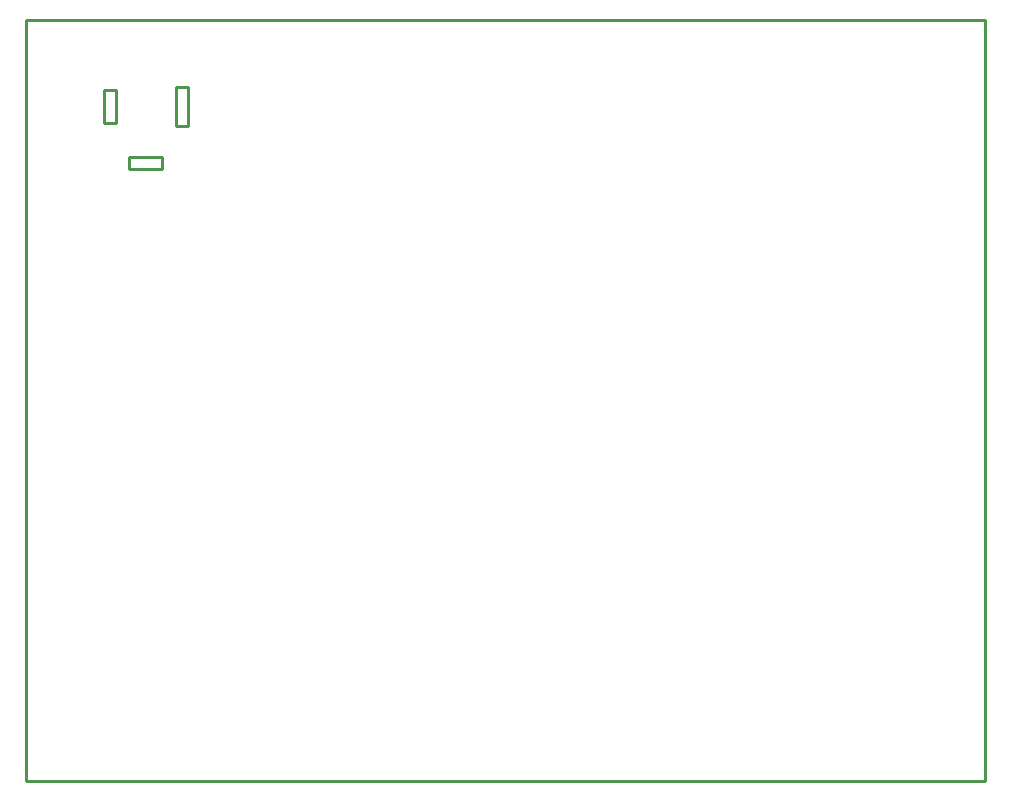
<source format=gbr>
G04 EAGLE Gerber RS-274X export*
G75*
%MOMM*%
%FSLAX34Y34*%
%LPD*%
%IN*%
%IPPOS*%
%AMOC8*
5,1,8,0,0,1.08239X$1,22.5*%
G01*
%ADD10C,0.254000*%


D10*
X0Y-76200D02*
X812600Y-76200D01*
X812600Y568200D01*
X0Y568200D01*
X0Y-76200D01*
X66600Y481300D02*
X76600Y481300D01*
X76600Y509300D01*
X66600Y509300D01*
X66600Y481300D01*
X127600Y478800D02*
X137600Y478800D01*
X137600Y511800D01*
X127600Y511800D01*
X127600Y478800D01*
X87600Y442300D02*
X115600Y442300D01*
X115600Y452300D01*
X87600Y452300D01*
X87600Y442300D01*
M02*

</source>
